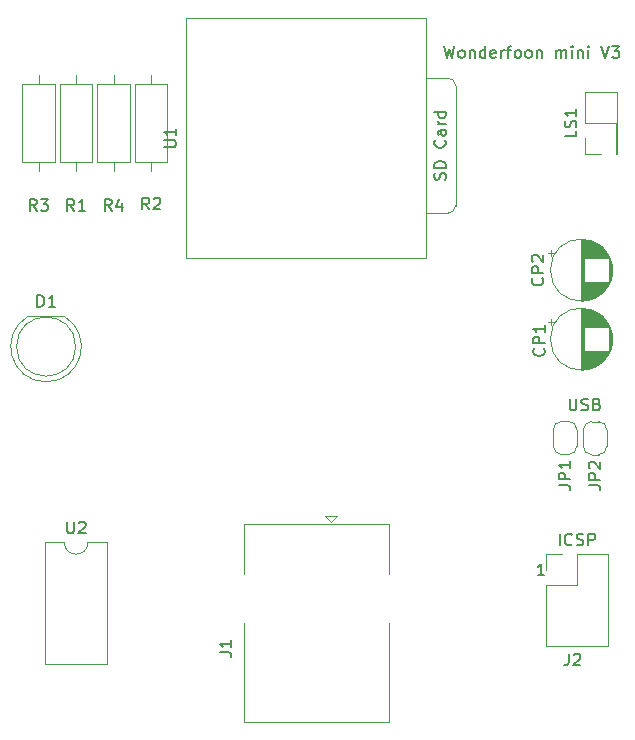
<source format=gbr>
G04 #@! TF.GenerationSoftware,KiCad,Pcbnew,5.1.6-c6e7f7d~86~ubuntu18.04.1*
G04 #@! TF.CreationDate,2020-06-12T21:41:03+02:00*
G04 #@! TF.ProjectId,printplaat,7072696e-7470-46c6-9161-742e6b696361,rev?*
G04 #@! TF.SameCoordinates,Original*
G04 #@! TF.FileFunction,Legend,Top*
G04 #@! TF.FilePolarity,Positive*
%FSLAX46Y46*%
G04 Gerber Fmt 4.6, Leading zero omitted, Abs format (unit mm)*
G04 Created by KiCad (PCBNEW 5.1.6-c6e7f7d~86~ubuntu18.04.1) date 2020-06-12 21:41:03*
%MOMM*%
%LPD*%
G01*
G04 APERTURE LIST*
%ADD10C,0.150000*%
%ADD11C,0.120000*%
G04 APERTURE END LIST*
D10*
X144661095Y-146518380D02*
X144661095Y-147327904D01*
X144708714Y-147423142D01*
X144756333Y-147470761D01*
X144851571Y-147518380D01*
X145042047Y-147518380D01*
X145137285Y-147470761D01*
X145184904Y-147423142D01*
X145232523Y-147327904D01*
X145232523Y-146518380D01*
X145661095Y-147470761D02*
X145803952Y-147518380D01*
X146042047Y-147518380D01*
X146137285Y-147470761D01*
X146184904Y-147423142D01*
X146232523Y-147327904D01*
X146232523Y-147232666D01*
X146184904Y-147137428D01*
X146137285Y-147089809D01*
X146042047Y-147042190D01*
X145851571Y-146994571D01*
X145756333Y-146946952D01*
X145708714Y-146899333D01*
X145661095Y-146804095D01*
X145661095Y-146708857D01*
X145708714Y-146613619D01*
X145756333Y-146566000D01*
X145851571Y-146518380D01*
X146089666Y-146518380D01*
X146232523Y-146566000D01*
X146994428Y-146994571D02*
X147137285Y-147042190D01*
X147184904Y-147089809D01*
X147232523Y-147185047D01*
X147232523Y-147327904D01*
X147184904Y-147423142D01*
X147137285Y-147470761D01*
X147042047Y-147518380D01*
X146661095Y-147518380D01*
X146661095Y-146518380D01*
X146994428Y-146518380D01*
X147089666Y-146566000D01*
X147137285Y-146613619D01*
X147184904Y-146708857D01*
X147184904Y-146804095D01*
X147137285Y-146899333D01*
X147089666Y-146946952D01*
X146994428Y-146994571D01*
X146661095Y-146994571D01*
X142525714Y-161488380D02*
X141954285Y-161488380D01*
X142240000Y-161488380D02*
X142240000Y-160488380D01*
X142144761Y-160631238D01*
X142049523Y-160726476D01*
X141954285Y-160774095D01*
X143811809Y-158948380D02*
X143811809Y-157948380D01*
X144859428Y-158853142D02*
X144811809Y-158900761D01*
X144668952Y-158948380D01*
X144573714Y-158948380D01*
X144430857Y-158900761D01*
X144335619Y-158805523D01*
X144288000Y-158710285D01*
X144240380Y-158519809D01*
X144240380Y-158376952D01*
X144288000Y-158186476D01*
X144335619Y-158091238D01*
X144430857Y-157996000D01*
X144573714Y-157948380D01*
X144668952Y-157948380D01*
X144811809Y-157996000D01*
X144859428Y-158043619D01*
X145240380Y-158900761D02*
X145383238Y-158948380D01*
X145621333Y-158948380D01*
X145716571Y-158900761D01*
X145764190Y-158853142D01*
X145811809Y-158757904D01*
X145811809Y-158662666D01*
X145764190Y-158567428D01*
X145716571Y-158519809D01*
X145621333Y-158472190D01*
X145430857Y-158424571D01*
X145335619Y-158376952D01*
X145288000Y-158329333D01*
X145240380Y-158234095D01*
X145240380Y-158138857D01*
X145288000Y-158043619D01*
X145335619Y-157996000D01*
X145430857Y-157948380D01*
X145668952Y-157948380D01*
X145811809Y-157996000D01*
X146240380Y-158948380D02*
X146240380Y-157948380D01*
X146621333Y-157948380D01*
X146716571Y-157996000D01*
X146764190Y-158043619D01*
X146811809Y-158138857D01*
X146811809Y-158281714D01*
X146764190Y-158376952D01*
X146716571Y-158424571D01*
X146621333Y-158472190D01*
X146240380Y-158472190D01*
X134049428Y-116673380D02*
X134287523Y-117673380D01*
X134478000Y-116959095D01*
X134668476Y-117673380D01*
X134906571Y-116673380D01*
X135430380Y-117673380D02*
X135335142Y-117625761D01*
X135287523Y-117578142D01*
X135239904Y-117482904D01*
X135239904Y-117197190D01*
X135287523Y-117101952D01*
X135335142Y-117054333D01*
X135430380Y-117006714D01*
X135573238Y-117006714D01*
X135668476Y-117054333D01*
X135716095Y-117101952D01*
X135763714Y-117197190D01*
X135763714Y-117482904D01*
X135716095Y-117578142D01*
X135668476Y-117625761D01*
X135573238Y-117673380D01*
X135430380Y-117673380D01*
X136192285Y-117006714D02*
X136192285Y-117673380D01*
X136192285Y-117101952D02*
X136239904Y-117054333D01*
X136335142Y-117006714D01*
X136478000Y-117006714D01*
X136573238Y-117054333D01*
X136620857Y-117149571D01*
X136620857Y-117673380D01*
X137525619Y-117673380D02*
X137525619Y-116673380D01*
X137525619Y-117625761D02*
X137430380Y-117673380D01*
X137239904Y-117673380D01*
X137144666Y-117625761D01*
X137097047Y-117578142D01*
X137049428Y-117482904D01*
X137049428Y-117197190D01*
X137097047Y-117101952D01*
X137144666Y-117054333D01*
X137239904Y-117006714D01*
X137430380Y-117006714D01*
X137525619Y-117054333D01*
X138382761Y-117625761D02*
X138287523Y-117673380D01*
X138097047Y-117673380D01*
X138001809Y-117625761D01*
X137954190Y-117530523D01*
X137954190Y-117149571D01*
X138001809Y-117054333D01*
X138097047Y-117006714D01*
X138287523Y-117006714D01*
X138382761Y-117054333D01*
X138430380Y-117149571D01*
X138430380Y-117244809D01*
X137954190Y-117340047D01*
X138858952Y-117673380D02*
X138858952Y-117006714D01*
X138858952Y-117197190D02*
X138906571Y-117101952D01*
X138954190Y-117054333D01*
X139049428Y-117006714D01*
X139144666Y-117006714D01*
X139335142Y-117006714D02*
X139716095Y-117006714D01*
X139478000Y-117673380D02*
X139478000Y-116816238D01*
X139525619Y-116721000D01*
X139620857Y-116673380D01*
X139716095Y-116673380D01*
X140192285Y-117673380D02*
X140097047Y-117625761D01*
X140049428Y-117578142D01*
X140001809Y-117482904D01*
X140001809Y-117197190D01*
X140049428Y-117101952D01*
X140097047Y-117054333D01*
X140192285Y-117006714D01*
X140335142Y-117006714D01*
X140430380Y-117054333D01*
X140478000Y-117101952D01*
X140525619Y-117197190D01*
X140525619Y-117482904D01*
X140478000Y-117578142D01*
X140430380Y-117625761D01*
X140335142Y-117673380D01*
X140192285Y-117673380D01*
X141097047Y-117673380D02*
X141001809Y-117625761D01*
X140954190Y-117578142D01*
X140906571Y-117482904D01*
X140906571Y-117197190D01*
X140954190Y-117101952D01*
X141001809Y-117054333D01*
X141097047Y-117006714D01*
X141239904Y-117006714D01*
X141335142Y-117054333D01*
X141382761Y-117101952D01*
X141430380Y-117197190D01*
X141430380Y-117482904D01*
X141382761Y-117578142D01*
X141335142Y-117625761D01*
X141239904Y-117673380D01*
X141097047Y-117673380D01*
X141858952Y-117006714D02*
X141858952Y-117673380D01*
X141858952Y-117101952D02*
X141906571Y-117054333D01*
X142001809Y-117006714D01*
X142144666Y-117006714D01*
X142239904Y-117054333D01*
X142287523Y-117149571D01*
X142287523Y-117673380D01*
X143525619Y-117673380D02*
X143525619Y-117006714D01*
X143525619Y-117101952D02*
X143573238Y-117054333D01*
X143668476Y-117006714D01*
X143811333Y-117006714D01*
X143906571Y-117054333D01*
X143954190Y-117149571D01*
X143954190Y-117673380D01*
X143954190Y-117149571D02*
X144001809Y-117054333D01*
X144097047Y-117006714D01*
X144239904Y-117006714D01*
X144335142Y-117054333D01*
X144382761Y-117149571D01*
X144382761Y-117673380D01*
X144858952Y-117673380D02*
X144858952Y-117006714D01*
X144858952Y-116673380D02*
X144811333Y-116721000D01*
X144858952Y-116768619D01*
X144906571Y-116721000D01*
X144858952Y-116673380D01*
X144858952Y-116768619D01*
X145335142Y-117006714D02*
X145335142Y-117673380D01*
X145335142Y-117101952D02*
X145382761Y-117054333D01*
X145478000Y-117006714D01*
X145620857Y-117006714D01*
X145716095Y-117054333D01*
X145763714Y-117149571D01*
X145763714Y-117673380D01*
X146239904Y-117673380D02*
X146239904Y-117006714D01*
X146239904Y-116673380D02*
X146192285Y-116721000D01*
X146239904Y-116768619D01*
X146287523Y-116721000D01*
X146239904Y-116673380D01*
X146239904Y-116768619D01*
X147335142Y-116673380D02*
X147668476Y-117673380D01*
X148001809Y-116673380D01*
X148239904Y-116673380D02*
X148858952Y-116673380D01*
X148525619Y-117054333D01*
X148668476Y-117054333D01*
X148763714Y-117101952D01*
X148811333Y-117149571D01*
X148858952Y-117244809D01*
X148858952Y-117482904D01*
X148811333Y-117578142D01*
X148763714Y-117625761D01*
X148668476Y-117673380D01*
X148382761Y-117673380D01*
X148287523Y-117625761D01*
X148239904Y-117578142D01*
D11*
X105520000Y-158690000D02*
X103870000Y-158690000D01*
X105520000Y-168970000D02*
X105520000Y-158690000D01*
X100220000Y-168970000D02*
X105520000Y-168970000D01*
X100220000Y-158690000D02*
X100220000Y-168970000D01*
X101870000Y-158690000D02*
X100220000Y-158690000D01*
X103870000Y-158690000D02*
G75*
G02*
X101870000Y-158690000I-1000000J0D01*
G01*
X132461000Y-134620000D02*
X112141000Y-134620000D01*
X132461000Y-114300000D02*
X132461000Y-134620000D01*
X112141000Y-114300000D02*
X132461000Y-114300000D01*
X112141000Y-134620000D02*
X112141000Y-114300000D01*
X134366000Y-130810000D02*
X132461000Y-130810000D01*
X135001000Y-130175000D02*
X135001000Y-120015000D01*
X134366000Y-119380000D02*
X132461000Y-119380000D01*
X134366000Y-119380000D02*
G75*
G02*
X135001000Y-120015000I0J-635000D01*
G01*
X135001000Y-130175000D02*
G75*
G02*
X134366000Y-130810000I-635000J0D01*
G01*
X142688000Y-159706000D02*
X144018000Y-159706000D01*
X142688000Y-161036000D02*
X142688000Y-159706000D01*
X145288000Y-159706000D02*
X147888000Y-159706000D01*
X145288000Y-162306000D02*
X145288000Y-159706000D01*
X142688000Y-162306000D02*
X145288000Y-162306000D01*
X147888000Y-159706000D02*
X147888000Y-167446000D01*
X142688000Y-162306000D02*
X142688000Y-167446000D01*
X142688000Y-167446000D02*
X147888000Y-167446000D01*
X101065000Y-119920000D02*
X98325000Y-119920000D01*
X98325000Y-119920000D02*
X98325000Y-126460000D01*
X98325000Y-126460000D02*
X101065000Y-126460000D01*
X101065000Y-126460000D02*
X101065000Y-119920000D01*
X99695000Y-119150000D02*
X99695000Y-119920000D01*
X99695000Y-127230000D02*
X99695000Y-126460000D01*
X145990000Y-125790000D02*
X145990000Y-124460000D01*
X147320000Y-125790000D02*
X145990000Y-125790000D01*
X145990000Y-123190000D02*
X145990000Y-120590000D01*
X148590000Y-123190000D02*
X145990000Y-123190000D01*
X148590000Y-125790000D02*
X148590000Y-123190000D01*
X145990000Y-120590000D02*
X148650000Y-120590000D01*
X148590000Y-125790000D02*
X148650000Y-125790000D01*
X148650000Y-125790000D02*
X148650000Y-120590000D01*
X123960000Y-156430000D02*
X124460000Y-156930000D01*
X124960000Y-156430000D02*
X123960000Y-156430000D01*
X124460000Y-156930000D02*
X124960000Y-156430000D01*
X117050000Y-173870000D02*
X117050000Y-165510000D01*
X129370000Y-173870000D02*
X117050000Y-173870000D01*
X129370000Y-165510000D02*
X129370000Y-173870000D01*
X117050000Y-157150000D02*
X117050000Y-161410000D01*
X129370000Y-157150000D02*
X117050000Y-157150000D01*
X129370000Y-161410000D02*
X129370000Y-157150000D01*
X104240000Y-119920000D02*
X101500000Y-119920000D01*
X101500000Y-119920000D02*
X101500000Y-126460000D01*
X101500000Y-126460000D02*
X104240000Y-126460000D01*
X104240000Y-126460000D02*
X104240000Y-119920000D01*
X102870000Y-119150000D02*
X102870000Y-119920000D01*
X102870000Y-127230000D02*
X102870000Y-126460000D01*
X143094225Y-139753000D02*
X143094225Y-140253000D01*
X142844225Y-140003000D02*
X143344225Y-140003000D01*
X148250000Y-141194000D02*
X148250000Y-141762000D01*
X148210000Y-140960000D02*
X148210000Y-141996000D01*
X148170000Y-140801000D02*
X148170000Y-142155000D01*
X148130000Y-140673000D02*
X148130000Y-142283000D01*
X148090000Y-140563000D02*
X148090000Y-142393000D01*
X148050000Y-140467000D02*
X148050000Y-142489000D01*
X148010000Y-140380000D02*
X148010000Y-142576000D01*
X147970000Y-140300000D02*
X147970000Y-142656000D01*
X147930000Y-142518000D02*
X147930000Y-142729000D01*
X147930000Y-140227000D02*
X147930000Y-140438000D01*
X147890000Y-142518000D02*
X147890000Y-142797000D01*
X147890000Y-140159000D02*
X147890000Y-140438000D01*
X147850000Y-142518000D02*
X147850000Y-142861000D01*
X147850000Y-140095000D02*
X147850000Y-140438000D01*
X147810000Y-142518000D02*
X147810000Y-142921000D01*
X147810000Y-140035000D02*
X147810000Y-140438000D01*
X147770000Y-142518000D02*
X147770000Y-142978000D01*
X147770000Y-139978000D02*
X147770000Y-140438000D01*
X147730000Y-142518000D02*
X147730000Y-143032000D01*
X147730000Y-139924000D02*
X147730000Y-140438000D01*
X147690000Y-142518000D02*
X147690000Y-143083000D01*
X147690000Y-139873000D02*
X147690000Y-140438000D01*
X147650000Y-142518000D02*
X147650000Y-143131000D01*
X147650000Y-139825000D02*
X147650000Y-140438000D01*
X147610000Y-142518000D02*
X147610000Y-143177000D01*
X147610000Y-139779000D02*
X147610000Y-140438000D01*
X147570000Y-142518000D02*
X147570000Y-143221000D01*
X147570000Y-139735000D02*
X147570000Y-140438000D01*
X147530000Y-142518000D02*
X147530000Y-143263000D01*
X147530000Y-139693000D02*
X147530000Y-140438000D01*
X147490000Y-142518000D02*
X147490000Y-143304000D01*
X147490000Y-139652000D02*
X147490000Y-140438000D01*
X147450000Y-142518000D02*
X147450000Y-143342000D01*
X147450000Y-139614000D02*
X147450000Y-140438000D01*
X147410000Y-142518000D02*
X147410000Y-143379000D01*
X147410000Y-139577000D02*
X147410000Y-140438000D01*
X147370000Y-142518000D02*
X147370000Y-143415000D01*
X147370000Y-139541000D02*
X147370000Y-140438000D01*
X147330000Y-142518000D02*
X147330000Y-143449000D01*
X147330000Y-139507000D02*
X147330000Y-140438000D01*
X147290000Y-142518000D02*
X147290000Y-143482000D01*
X147290000Y-139474000D02*
X147290000Y-140438000D01*
X147250000Y-142518000D02*
X147250000Y-143513000D01*
X147250000Y-139443000D02*
X147250000Y-140438000D01*
X147210000Y-142518000D02*
X147210000Y-143543000D01*
X147210000Y-139413000D02*
X147210000Y-140438000D01*
X147170000Y-142518000D02*
X147170000Y-143573000D01*
X147170000Y-139383000D02*
X147170000Y-140438000D01*
X147130000Y-142518000D02*
X147130000Y-143600000D01*
X147130000Y-139356000D02*
X147130000Y-140438000D01*
X147090000Y-142518000D02*
X147090000Y-143627000D01*
X147090000Y-139329000D02*
X147090000Y-140438000D01*
X147050000Y-142518000D02*
X147050000Y-143653000D01*
X147050000Y-139303000D02*
X147050000Y-140438000D01*
X147010000Y-142518000D02*
X147010000Y-143678000D01*
X147010000Y-139278000D02*
X147010000Y-140438000D01*
X146970000Y-142518000D02*
X146970000Y-143702000D01*
X146970000Y-139254000D02*
X146970000Y-140438000D01*
X146930000Y-142518000D02*
X146930000Y-143725000D01*
X146930000Y-139231000D02*
X146930000Y-140438000D01*
X146890000Y-142518000D02*
X146890000Y-143746000D01*
X146890000Y-139210000D02*
X146890000Y-140438000D01*
X146850000Y-142518000D02*
X146850000Y-143768000D01*
X146850000Y-139188000D02*
X146850000Y-140438000D01*
X146810000Y-142518000D02*
X146810000Y-143788000D01*
X146810000Y-139168000D02*
X146810000Y-140438000D01*
X146770000Y-142518000D02*
X146770000Y-143807000D01*
X146770000Y-139149000D02*
X146770000Y-140438000D01*
X146730000Y-142518000D02*
X146730000Y-143826000D01*
X146730000Y-139130000D02*
X146730000Y-140438000D01*
X146690000Y-142518000D02*
X146690000Y-143843000D01*
X146690000Y-139113000D02*
X146690000Y-140438000D01*
X146650000Y-142518000D02*
X146650000Y-143860000D01*
X146650000Y-139096000D02*
X146650000Y-140438000D01*
X146610000Y-142518000D02*
X146610000Y-143876000D01*
X146610000Y-139080000D02*
X146610000Y-140438000D01*
X146570000Y-142518000D02*
X146570000Y-143892000D01*
X146570000Y-139064000D02*
X146570000Y-140438000D01*
X146530000Y-142518000D02*
X146530000Y-143906000D01*
X146530000Y-139050000D02*
X146530000Y-140438000D01*
X146490000Y-142518000D02*
X146490000Y-143920000D01*
X146490000Y-139036000D02*
X146490000Y-140438000D01*
X146450000Y-142518000D02*
X146450000Y-143933000D01*
X146450000Y-139023000D02*
X146450000Y-140438000D01*
X146410000Y-142518000D02*
X146410000Y-143946000D01*
X146410000Y-139010000D02*
X146410000Y-140438000D01*
X146370000Y-142518000D02*
X146370000Y-143958000D01*
X146370000Y-138998000D02*
X146370000Y-140438000D01*
X146329000Y-142518000D02*
X146329000Y-143969000D01*
X146329000Y-138987000D02*
X146329000Y-140438000D01*
X146289000Y-142518000D02*
X146289000Y-143979000D01*
X146289000Y-138977000D02*
X146289000Y-140438000D01*
X146249000Y-142518000D02*
X146249000Y-143989000D01*
X146249000Y-138967000D02*
X146249000Y-140438000D01*
X146209000Y-142518000D02*
X146209000Y-143998000D01*
X146209000Y-138958000D02*
X146209000Y-140438000D01*
X146169000Y-142518000D02*
X146169000Y-144006000D01*
X146169000Y-138950000D02*
X146169000Y-140438000D01*
X146129000Y-142518000D02*
X146129000Y-144014000D01*
X146129000Y-138942000D02*
X146129000Y-140438000D01*
X146089000Y-142518000D02*
X146089000Y-144021000D01*
X146089000Y-138935000D02*
X146089000Y-140438000D01*
X146049000Y-142518000D02*
X146049000Y-144028000D01*
X146049000Y-138928000D02*
X146049000Y-140438000D01*
X146009000Y-142518000D02*
X146009000Y-144034000D01*
X146009000Y-138922000D02*
X146009000Y-140438000D01*
X145969000Y-142518000D02*
X145969000Y-144039000D01*
X145969000Y-138917000D02*
X145969000Y-140438000D01*
X145929000Y-142518000D02*
X145929000Y-144043000D01*
X145929000Y-138913000D02*
X145929000Y-140438000D01*
X145889000Y-142518000D02*
X145889000Y-144047000D01*
X145889000Y-138909000D02*
X145889000Y-140438000D01*
X145849000Y-138905000D02*
X145849000Y-144051000D01*
X145809000Y-138902000D02*
X145809000Y-144054000D01*
X145769000Y-138900000D02*
X145769000Y-144056000D01*
X145729000Y-138899000D02*
X145729000Y-144057000D01*
X145689000Y-138898000D02*
X145689000Y-144058000D01*
X145649000Y-138898000D02*
X145649000Y-144058000D01*
X148269000Y-141478000D02*
G75*
G03*
X148269000Y-141478000I-2620000J0D01*
G01*
X109220000Y-119150000D02*
X109220000Y-119920000D01*
X109220000Y-127230000D02*
X109220000Y-126460000D01*
X107850000Y-119920000D02*
X107850000Y-126460000D01*
X110590000Y-119920000D02*
X107850000Y-119920000D01*
X110590000Y-126460000D02*
X110590000Y-119920000D01*
X107850000Y-126460000D02*
X110590000Y-126460000D01*
X145272000Y-149145000D02*
X145272000Y-150545000D01*
X144572000Y-151245000D02*
X143972000Y-151245000D01*
X143272000Y-150545000D02*
X143272000Y-149145000D01*
X143972000Y-148445000D02*
X144572000Y-148445000D01*
X145272000Y-150545000D02*
G75*
G02*
X144572000Y-151245000I-700000J0D01*
G01*
X143972000Y-151245000D02*
G75*
G02*
X143272000Y-150545000I0J700000D01*
G01*
X143272000Y-149145000D02*
G75*
G02*
X143972000Y-148445000I700000J0D01*
G01*
X144572000Y-148445000D02*
G75*
G02*
X145272000Y-149145000I0J-700000D01*
G01*
X146512000Y-148460000D02*
X147112000Y-148460000D01*
X145812000Y-150560000D02*
X145812000Y-149160000D01*
X147112000Y-151260000D02*
X146512000Y-151260000D01*
X147812000Y-149160000D02*
X147812000Y-150560000D01*
X147112000Y-148460000D02*
G75*
G02*
X147812000Y-149160000I0J-700000D01*
G01*
X145812000Y-149160000D02*
G75*
G02*
X146512000Y-148460000I700000J0D01*
G01*
X146512000Y-151260000D02*
G75*
G02*
X145812000Y-150560000I0J700000D01*
G01*
X147812000Y-150560000D02*
G75*
G02*
X147112000Y-151260000I-700000J0D01*
G01*
X143094225Y-133911000D02*
X143094225Y-134411000D01*
X142844225Y-134161000D02*
X143344225Y-134161000D01*
X148250000Y-135352000D02*
X148250000Y-135920000D01*
X148210000Y-135118000D02*
X148210000Y-136154000D01*
X148170000Y-134959000D02*
X148170000Y-136313000D01*
X148130000Y-134831000D02*
X148130000Y-136441000D01*
X148090000Y-134721000D02*
X148090000Y-136551000D01*
X148050000Y-134625000D02*
X148050000Y-136647000D01*
X148010000Y-134538000D02*
X148010000Y-136734000D01*
X147970000Y-134458000D02*
X147970000Y-136814000D01*
X147930000Y-136676000D02*
X147930000Y-136887000D01*
X147930000Y-134385000D02*
X147930000Y-134596000D01*
X147890000Y-136676000D02*
X147890000Y-136955000D01*
X147890000Y-134317000D02*
X147890000Y-134596000D01*
X147850000Y-136676000D02*
X147850000Y-137019000D01*
X147850000Y-134253000D02*
X147850000Y-134596000D01*
X147810000Y-136676000D02*
X147810000Y-137079000D01*
X147810000Y-134193000D02*
X147810000Y-134596000D01*
X147770000Y-136676000D02*
X147770000Y-137136000D01*
X147770000Y-134136000D02*
X147770000Y-134596000D01*
X147730000Y-136676000D02*
X147730000Y-137190000D01*
X147730000Y-134082000D02*
X147730000Y-134596000D01*
X147690000Y-136676000D02*
X147690000Y-137241000D01*
X147690000Y-134031000D02*
X147690000Y-134596000D01*
X147650000Y-136676000D02*
X147650000Y-137289000D01*
X147650000Y-133983000D02*
X147650000Y-134596000D01*
X147610000Y-136676000D02*
X147610000Y-137335000D01*
X147610000Y-133937000D02*
X147610000Y-134596000D01*
X147570000Y-136676000D02*
X147570000Y-137379000D01*
X147570000Y-133893000D02*
X147570000Y-134596000D01*
X147530000Y-136676000D02*
X147530000Y-137421000D01*
X147530000Y-133851000D02*
X147530000Y-134596000D01*
X147490000Y-136676000D02*
X147490000Y-137462000D01*
X147490000Y-133810000D02*
X147490000Y-134596000D01*
X147450000Y-136676000D02*
X147450000Y-137500000D01*
X147450000Y-133772000D02*
X147450000Y-134596000D01*
X147410000Y-136676000D02*
X147410000Y-137537000D01*
X147410000Y-133735000D02*
X147410000Y-134596000D01*
X147370000Y-136676000D02*
X147370000Y-137573000D01*
X147370000Y-133699000D02*
X147370000Y-134596000D01*
X147330000Y-136676000D02*
X147330000Y-137607000D01*
X147330000Y-133665000D02*
X147330000Y-134596000D01*
X147290000Y-136676000D02*
X147290000Y-137640000D01*
X147290000Y-133632000D02*
X147290000Y-134596000D01*
X147250000Y-136676000D02*
X147250000Y-137671000D01*
X147250000Y-133601000D02*
X147250000Y-134596000D01*
X147210000Y-136676000D02*
X147210000Y-137701000D01*
X147210000Y-133571000D02*
X147210000Y-134596000D01*
X147170000Y-136676000D02*
X147170000Y-137731000D01*
X147170000Y-133541000D02*
X147170000Y-134596000D01*
X147130000Y-136676000D02*
X147130000Y-137758000D01*
X147130000Y-133514000D02*
X147130000Y-134596000D01*
X147090000Y-136676000D02*
X147090000Y-137785000D01*
X147090000Y-133487000D02*
X147090000Y-134596000D01*
X147050000Y-136676000D02*
X147050000Y-137811000D01*
X147050000Y-133461000D02*
X147050000Y-134596000D01*
X147010000Y-136676000D02*
X147010000Y-137836000D01*
X147010000Y-133436000D02*
X147010000Y-134596000D01*
X146970000Y-136676000D02*
X146970000Y-137860000D01*
X146970000Y-133412000D02*
X146970000Y-134596000D01*
X146930000Y-136676000D02*
X146930000Y-137883000D01*
X146930000Y-133389000D02*
X146930000Y-134596000D01*
X146890000Y-136676000D02*
X146890000Y-137904000D01*
X146890000Y-133368000D02*
X146890000Y-134596000D01*
X146850000Y-136676000D02*
X146850000Y-137926000D01*
X146850000Y-133346000D02*
X146850000Y-134596000D01*
X146810000Y-136676000D02*
X146810000Y-137946000D01*
X146810000Y-133326000D02*
X146810000Y-134596000D01*
X146770000Y-136676000D02*
X146770000Y-137965000D01*
X146770000Y-133307000D02*
X146770000Y-134596000D01*
X146730000Y-136676000D02*
X146730000Y-137984000D01*
X146730000Y-133288000D02*
X146730000Y-134596000D01*
X146690000Y-136676000D02*
X146690000Y-138001000D01*
X146690000Y-133271000D02*
X146690000Y-134596000D01*
X146650000Y-136676000D02*
X146650000Y-138018000D01*
X146650000Y-133254000D02*
X146650000Y-134596000D01*
X146610000Y-136676000D02*
X146610000Y-138034000D01*
X146610000Y-133238000D02*
X146610000Y-134596000D01*
X146570000Y-136676000D02*
X146570000Y-138050000D01*
X146570000Y-133222000D02*
X146570000Y-134596000D01*
X146530000Y-136676000D02*
X146530000Y-138064000D01*
X146530000Y-133208000D02*
X146530000Y-134596000D01*
X146490000Y-136676000D02*
X146490000Y-138078000D01*
X146490000Y-133194000D02*
X146490000Y-134596000D01*
X146450000Y-136676000D02*
X146450000Y-138091000D01*
X146450000Y-133181000D02*
X146450000Y-134596000D01*
X146410000Y-136676000D02*
X146410000Y-138104000D01*
X146410000Y-133168000D02*
X146410000Y-134596000D01*
X146370000Y-136676000D02*
X146370000Y-138116000D01*
X146370000Y-133156000D02*
X146370000Y-134596000D01*
X146329000Y-136676000D02*
X146329000Y-138127000D01*
X146329000Y-133145000D02*
X146329000Y-134596000D01*
X146289000Y-136676000D02*
X146289000Y-138137000D01*
X146289000Y-133135000D02*
X146289000Y-134596000D01*
X146249000Y-136676000D02*
X146249000Y-138147000D01*
X146249000Y-133125000D02*
X146249000Y-134596000D01*
X146209000Y-136676000D02*
X146209000Y-138156000D01*
X146209000Y-133116000D02*
X146209000Y-134596000D01*
X146169000Y-136676000D02*
X146169000Y-138164000D01*
X146169000Y-133108000D02*
X146169000Y-134596000D01*
X146129000Y-136676000D02*
X146129000Y-138172000D01*
X146129000Y-133100000D02*
X146129000Y-134596000D01*
X146089000Y-136676000D02*
X146089000Y-138179000D01*
X146089000Y-133093000D02*
X146089000Y-134596000D01*
X146049000Y-136676000D02*
X146049000Y-138186000D01*
X146049000Y-133086000D02*
X146049000Y-134596000D01*
X146009000Y-136676000D02*
X146009000Y-138192000D01*
X146009000Y-133080000D02*
X146009000Y-134596000D01*
X145969000Y-136676000D02*
X145969000Y-138197000D01*
X145969000Y-133075000D02*
X145969000Y-134596000D01*
X145929000Y-136676000D02*
X145929000Y-138201000D01*
X145929000Y-133071000D02*
X145929000Y-134596000D01*
X145889000Y-136676000D02*
X145889000Y-138205000D01*
X145889000Y-133067000D02*
X145889000Y-134596000D01*
X145849000Y-133063000D02*
X145849000Y-138209000D01*
X145809000Y-133060000D02*
X145809000Y-138212000D01*
X145769000Y-133058000D02*
X145769000Y-138214000D01*
X145729000Y-133057000D02*
X145729000Y-138215000D01*
X145689000Y-133056000D02*
X145689000Y-138216000D01*
X145649000Y-133056000D02*
X145649000Y-138216000D01*
X148269000Y-135636000D02*
G75*
G03*
X148269000Y-135636000I-2620000J0D01*
G01*
X106045000Y-127230000D02*
X106045000Y-126460000D01*
X106045000Y-119150000D02*
X106045000Y-119920000D01*
X107415000Y-126460000D02*
X107415000Y-119920000D01*
X104675000Y-126460000D02*
X107415000Y-126460000D01*
X104675000Y-119920000D02*
X104675000Y-126460000D01*
X107415000Y-119920000D02*
X104675000Y-119920000D01*
X101875000Y-139553000D02*
X98785000Y-139553000D01*
X102830000Y-142113000D02*
G75*
G03*
X102830000Y-142113000I-2500000J0D01*
G01*
X100329538Y-145103000D02*
G75*
G03*
X101874830Y-139553000I462J2990000D01*
G01*
X100330462Y-145103000D02*
G75*
G02*
X98785170Y-139553000I-462J2990000D01*
G01*
D10*
X102108095Y-156932380D02*
X102108095Y-157741904D01*
X102155714Y-157837142D01*
X102203333Y-157884761D01*
X102298571Y-157932380D01*
X102489047Y-157932380D01*
X102584285Y-157884761D01*
X102631904Y-157837142D01*
X102679523Y-157741904D01*
X102679523Y-156932380D01*
X103108095Y-157027619D02*
X103155714Y-156980000D01*
X103250952Y-156932380D01*
X103489047Y-156932380D01*
X103584285Y-156980000D01*
X103631904Y-157027619D01*
X103679523Y-157122857D01*
X103679523Y-157218095D01*
X103631904Y-157360952D01*
X103060476Y-157932380D01*
X103679523Y-157932380D01*
X110323380Y-125221904D02*
X111132904Y-125221904D01*
X111228142Y-125174285D01*
X111275761Y-125126666D01*
X111323380Y-125031428D01*
X111323380Y-124840952D01*
X111275761Y-124745714D01*
X111228142Y-124698095D01*
X111132904Y-124650476D01*
X110323380Y-124650476D01*
X111323380Y-123650476D02*
X111323380Y-124221904D01*
X111323380Y-123936190D02*
X110323380Y-123936190D01*
X110466238Y-124031428D01*
X110561476Y-124126666D01*
X110609095Y-124221904D01*
X134135761Y-127975952D02*
X134183380Y-127833095D01*
X134183380Y-127595000D01*
X134135761Y-127499761D01*
X134088142Y-127452142D01*
X133992904Y-127404523D01*
X133897666Y-127404523D01*
X133802428Y-127452142D01*
X133754809Y-127499761D01*
X133707190Y-127595000D01*
X133659571Y-127785476D01*
X133611952Y-127880714D01*
X133564333Y-127928333D01*
X133469095Y-127975952D01*
X133373857Y-127975952D01*
X133278619Y-127928333D01*
X133231000Y-127880714D01*
X133183380Y-127785476D01*
X133183380Y-127547380D01*
X133231000Y-127404523D01*
X134183380Y-126975952D02*
X133183380Y-126975952D01*
X133183380Y-126737857D01*
X133231000Y-126595000D01*
X133326238Y-126499761D01*
X133421476Y-126452142D01*
X133611952Y-126404523D01*
X133754809Y-126404523D01*
X133945285Y-126452142D01*
X134040523Y-126499761D01*
X134135761Y-126595000D01*
X134183380Y-126737857D01*
X134183380Y-126975952D01*
X134088142Y-124642619D02*
X134135761Y-124690238D01*
X134183380Y-124833095D01*
X134183380Y-124928333D01*
X134135761Y-125071190D01*
X134040523Y-125166428D01*
X133945285Y-125214047D01*
X133754809Y-125261666D01*
X133611952Y-125261666D01*
X133421476Y-125214047D01*
X133326238Y-125166428D01*
X133231000Y-125071190D01*
X133183380Y-124928333D01*
X133183380Y-124833095D01*
X133231000Y-124690238D01*
X133278619Y-124642619D01*
X134183380Y-123785476D02*
X133659571Y-123785476D01*
X133564333Y-123833095D01*
X133516714Y-123928333D01*
X133516714Y-124118809D01*
X133564333Y-124214047D01*
X134135761Y-123785476D02*
X134183380Y-123880714D01*
X134183380Y-124118809D01*
X134135761Y-124214047D01*
X134040523Y-124261666D01*
X133945285Y-124261666D01*
X133850047Y-124214047D01*
X133802428Y-124118809D01*
X133802428Y-123880714D01*
X133754809Y-123785476D01*
X134183380Y-123309285D02*
X133516714Y-123309285D01*
X133707190Y-123309285D02*
X133611952Y-123261666D01*
X133564333Y-123214047D01*
X133516714Y-123118809D01*
X133516714Y-123023571D01*
X134183380Y-122261666D02*
X133183380Y-122261666D01*
X134135761Y-122261666D02*
X134183380Y-122356904D01*
X134183380Y-122547380D01*
X134135761Y-122642619D01*
X134088142Y-122690238D01*
X133992904Y-122737857D01*
X133707190Y-122737857D01*
X133611952Y-122690238D01*
X133564333Y-122642619D01*
X133516714Y-122547380D01*
X133516714Y-122356904D01*
X133564333Y-122261666D01*
X144573666Y-168108380D02*
X144573666Y-168822666D01*
X144526047Y-168965523D01*
X144430809Y-169060761D01*
X144287952Y-169108380D01*
X144192714Y-169108380D01*
X145002238Y-168203619D02*
X145049857Y-168156000D01*
X145145095Y-168108380D01*
X145383190Y-168108380D01*
X145478428Y-168156000D01*
X145526047Y-168203619D01*
X145573666Y-168298857D01*
X145573666Y-168394095D01*
X145526047Y-168536952D01*
X144954619Y-169108380D01*
X145573666Y-169108380D01*
X99528333Y-130627380D02*
X99195000Y-130151190D01*
X98956904Y-130627380D02*
X98956904Y-129627380D01*
X99337857Y-129627380D01*
X99433095Y-129675000D01*
X99480714Y-129722619D01*
X99528333Y-129817857D01*
X99528333Y-129960714D01*
X99480714Y-130055952D01*
X99433095Y-130103571D01*
X99337857Y-130151190D01*
X98956904Y-130151190D01*
X99861666Y-129627380D02*
X100480714Y-129627380D01*
X100147380Y-130008333D01*
X100290238Y-130008333D01*
X100385476Y-130055952D01*
X100433095Y-130103571D01*
X100480714Y-130198809D01*
X100480714Y-130436904D01*
X100433095Y-130532142D01*
X100385476Y-130579761D01*
X100290238Y-130627380D01*
X100004523Y-130627380D01*
X99909285Y-130579761D01*
X99861666Y-130532142D01*
X145232380Y-123832857D02*
X145232380Y-124309047D01*
X144232380Y-124309047D01*
X145184761Y-123547142D02*
X145232380Y-123404285D01*
X145232380Y-123166190D01*
X145184761Y-123070952D01*
X145137142Y-123023333D01*
X145041904Y-122975714D01*
X144946666Y-122975714D01*
X144851428Y-123023333D01*
X144803809Y-123070952D01*
X144756190Y-123166190D01*
X144708571Y-123356666D01*
X144660952Y-123451904D01*
X144613333Y-123499523D01*
X144518095Y-123547142D01*
X144422857Y-123547142D01*
X144327619Y-123499523D01*
X144280000Y-123451904D01*
X144232380Y-123356666D01*
X144232380Y-123118571D01*
X144280000Y-122975714D01*
X145232380Y-122023333D02*
X145232380Y-122594761D01*
X145232380Y-122309047D02*
X144232380Y-122309047D01*
X144375238Y-122404285D01*
X144470476Y-122499523D01*
X144518095Y-122594761D01*
X115022380Y-167973333D02*
X115736666Y-167973333D01*
X115879523Y-168020952D01*
X115974761Y-168116190D01*
X116022380Y-168259047D01*
X116022380Y-168354285D01*
X116022380Y-166973333D02*
X116022380Y-167544761D01*
X116022380Y-167259047D02*
X115022380Y-167259047D01*
X115165238Y-167354285D01*
X115260476Y-167449523D01*
X115308095Y-167544761D01*
X102703333Y-130627380D02*
X102370000Y-130151190D01*
X102131904Y-130627380D02*
X102131904Y-129627380D01*
X102512857Y-129627380D01*
X102608095Y-129675000D01*
X102655714Y-129722619D01*
X102703333Y-129817857D01*
X102703333Y-129960714D01*
X102655714Y-130055952D01*
X102608095Y-130103571D01*
X102512857Y-130151190D01*
X102131904Y-130151190D01*
X103655714Y-130627380D02*
X103084285Y-130627380D01*
X103370000Y-130627380D02*
X103370000Y-129627380D01*
X103274761Y-129770238D01*
X103179523Y-129865476D01*
X103084285Y-129913095D01*
X142470142Y-142271666D02*
X142517761Y-142319285D01*
X142565380Y-142462142D01*
X142565380Y-142557380D01*
X142517761Y-142700238D01*
X142422523Y-142795476D01*
X142327285Y-142843095D01*
X142136809Y-142890714D01*
X141993952Y-142890714D01*
X141803476Y-142843095D01*
X141708238Y-142795476D01*
X141613000Y-142700238D01*
X141565380Y-142557380D01*
X141565380Y-142462142D01*
X141613000Y-142319285D01*
X141660619Y-142271666D01*
X142565380Y-141843095D02*
X141565380Y-141843095D01*
X141565380Y-141462142D01*
X141613000Y-141366904D01*
X141660619Y-141319285D01*
X141755857Y-141271666D01*
X141898714Y-141271666D01*
X141993952Y-141319285D01*
X142041571Y-141366904D01*
X142089190Y-141462142D01*
X142089190Y-141843095D01*
X142565380Y-140319285D02*
X142565380Y-140890714D01*
X142565380Y-140605000D02*
X141565380Y-140605000D01*
X141708238Y-140700238D01*
X141803476Y-140795476D01*
X141851095Y-140890714D01*
X109053333Y-130500380D02*
X108720000Y-130024190D01*
X108481904Y-130500380D02*
X108481904Y-129500380D01*
X108862857Y-129500380D01*
X108958095Y-129548000D01*
X109005714Y-129595619D01*
X109053333Y-129690857D01*
X109053333Y-129833714D01*
X109005714Y-129928952D01*
X108958095Y-129976571D01*
X108862857Y-130024190D01*
X108481904Y-130024190D01*
X109434285Y-129595619D02*
X109481904Y-129548000D01*
X109577142Y-129500380D01*
X109815238Y-129500380D01*
X109910476Y-129548000D01*
X109958095Y-129595619D01*
X110005714Y-129690857D01*
X110005714Y-129786095D01*
X109958095Y-129928952D01*
X109386666Y-130500380D01*
X110005714Y-130500380D01*
X143724380Y-153838333D02*
X144438666Y-153838333D01*
X144581523Y-153885952D01*
X144676761Y-153981190D01*
X144724380Y-154124047D01*
X144724380Y-154219285D01*
X144724380Y-153362142D02*
X143724380Y-153362142D01*
X143724380Y-152981190D01*
X143772000Y-152885952D01*
X143819619Y-152838333D01*
X143914857Y-152790714D01*
X144057714Y-152790714D01*
X144152952Y-152838333D01*
X144200571Y-152885952D01*
X144248190Y-152981190D01*
X144248190Y-153362142D01*
X144724380Y-151838333D02*
X144724380Y-152409761D01*
X144724380Y-152124047D02*
X143724380Y-152124047D01*
X143867238Y-152219285D01*
X143962476Y-152314523D01*
X144010095Y-152409761D01*
X146264380Y-153853333D02*
X146978666Y-153853333D01*
X147121523Y-153900952D01*
X147216761Y-153996190D01*
X147264380Y-154139047D01*
X147264380Y-154234285D01*
X147264380Y-153377142D02*
X146264380Y-153377142D01*
X146264380Y-152996190D01*
X146312000Y-152900952D01*
X146359619Y-152853333D01*
X146454857Y-152805714D01*
X146597714Y-152805714D01*
X146692952Y-152853333D01*
X146740571Y-152900952D01*
X146788190Y-152996190D01*
X146788190Y-153377142D01*
X146359619Y-152424761D02*
X146312000Y-152377142D01*
X146264380Y-152281904D01*
X146264380Y-152043809D01*
X146312000Y-151948571D01*
X146359619Y-151900952D01*
X146454857Y-151853333D01*
X146550095Y-151853333D01*
X146692952Y-151900952D01*
X147264380Y-152472380D01*
X147264380Y-151853333D01*
X142343142Y-136302666D02*
X142390761Y-136350285D01*
X142438380Y-136493142D01*
X142438380Y-136588380D01*
X142390761Y-136731238D01*
X142295523Y-136826476D01*
X142200285Y-136874095D01*
X142009809Y-136921714D01*
X141866952Y-136921714D01*
X141676476Y-136874095D01*
X141581238Y-136826476D01*
X141486000Y-136731238D01*
X141438380Y-136588380D01*
X141438380Y-136493142D01*
X141486000Y-136350285D01*
X141533619Y-136302666D01*
X142438380Y-135874095D02*
X141438380Y-135874095D01*
X141438380Y-135493142D01*
X141486000Y-135397904D01*
X141533619Y-135350285D01*
X141628857Y-135302666D01*
X141771714Y-135302666D01*
X141866952Y-135350285D01*
X141914571Y-135397904D01*
X141962190Y-135493142D01*
X141962190Y-135874095D01*
X141533619Y-134921714D02*
X141486000Y-134874095D01*
X141438380Y-134778857D01*
X141438380Y-134540761D01*
X141486000Y-134445523D01*
X141533619Y-134397904D01*
X141628857Y-134350285D01*
X141724095Y-134350285D01*
X141866952Y-134397904D01*
X142438380Y-134969333D01*
X142438380Y-134350285D01*
X105878333Y-130627380D02*
X105545000Y-130151190D01*
X105306904Y-130627380D02*
X105306904Y-129627380D01*
X105687857Y-129627380D01*
X105783095Y-129675000D01*
X105830714Y-129722619D01*
X105878333Y-129817857D01*
X105878333Y-129960714D01*
X105830714Y-130055952D01*
X105783095Y-130103571D01*
X105687857Y-130151190D01*
X105306904Y-130151190D01*
X106735476Y-129960714D02*
X106735476Y-130627380D01*
X106497380Y-129579761D02*
X106259285Y-130294047D01*
X106878333Y-130294047D01*
X99591904Y-138755380D02*
X99591904Y-137755380D01*
X99830000Y-137755380D01*
X99972857Y-137803000D01*
X100068095Y-137898238D01*
X100115714Y-137993476D01*
X100163333Y-138183952D01*
X100163333Y-138326809D01*
X100115714Y-138517285D01*
X100068095Y-138612523D01*
X99972857Y-138707761D01*
X99830000Y-138755380D01*
X99591904Y-138755380D01*
X101115714Y-138755380D02*
X100544285Y-138755380D01*
X100830000Y-138755380D02*
X100830000Y-137755380D01*
X100734761Y-137898238D01*
X100639523Y-137993476D01*
X100544285Y-138041095D01*
M02*

</source>
